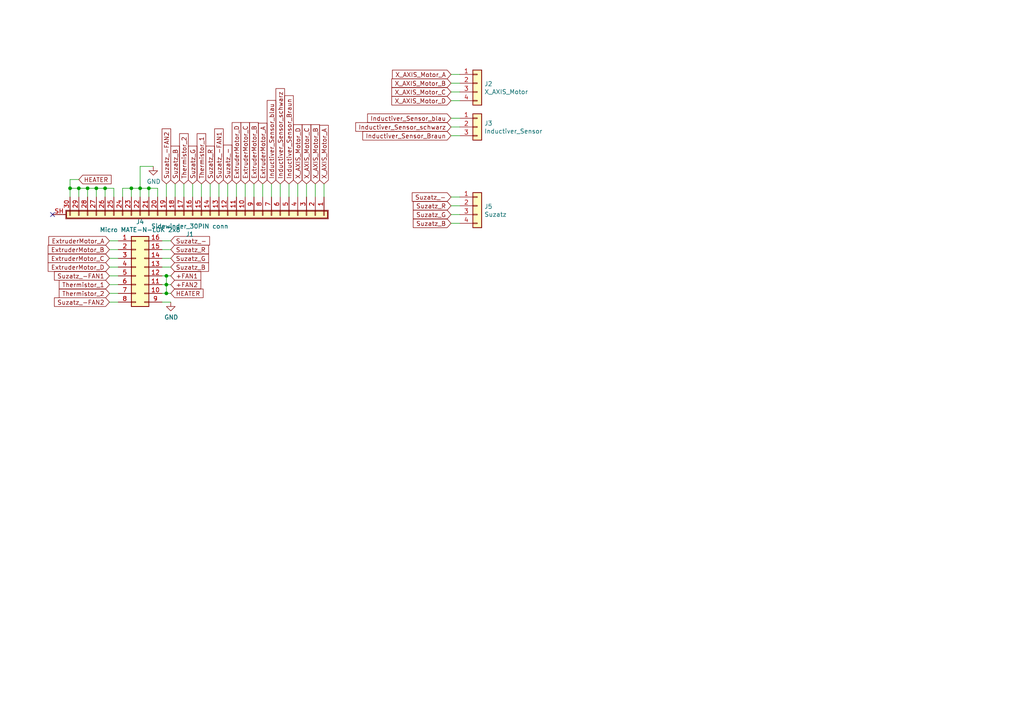
<source format=kicad_sch>
(kicad_sch (version 20211123) (generator eeschema)
  (paper "A4")
  (lib_symbols
    (symbol "Connector_Generic:Conn_01x03" (pin_names (offset 1.016) hide)
      (property "Reference" "J" (at 0 5.08 0))
      (property "Value" "Conn_01x03" (at 0 -5.08 0))
      (symbol "Conn_01x03_1_1"
        (rectangle (start -1.27 -2.413) (end 0 -2.667) (stroke (width 0.1524)))
        (rectangle (start -1.27 0.127) (end 0 -0.127) (stroke (width 0.1524)))
        (rectangle (start -1.27 2.667) (end 0 2.413) (stroke (width 0.1524)))
        (rectangle (start -1.27 3.81) (end 1.27 -3.81) (stroke (width 0.254)) (fill (type background)))
        (pin passive line (at -5.08 2.54 0) (length 3.81) (name "Pin_1") (number "1"))
        (pin passive line (at -5.08 0 0) (length 3.81) (name "Pin_2") (number "2"))
        (pin passive line (at -5.08 -2.54 0) (length 3.81) (name "Pin_3") (number "3"))
      )
    )
    (symbol "Connector_Generic:Conn_01x04" (pin_names (offset 1.016) hide)
      (property "Reference" "J" (at 0 5.08 0))
      (property "Value" "Conn_01x04" (at 0 -7.62 0))
      (symbol "Conn_01x04_1_1"
        (rectangle (start -1.27 -4.953) (end 0 -5.207) (stroke (width 0.1524)))
        (rectangle (start -1.27 -2.413) (end 0 -2.667) (stroke (width 0.1524)))
        (rectangle (start -1.27 0.127) (end 0 -0.127) (stroke (width 0.1524)))
        (rectangle (start -1.27 2.667) (end 0 2.413) (stroke (width 0.1524)))
        (rectangle (start -1.27 3.81) (end 1.27 -6.35) (stroke (width 0.254)) (fill (type background)))
        (pin passive line (at -5.08 2.54 0) (length 3.81) (name "Pin_1") (number "1"))
        (pin passive line (at -5.08 0 0) (length 3.81) (name "Pin_2") (number "2"))
        (pin passive line (at -5.08 -2.54 0) (length 3.81) (name "Pin_3") (number "3"))
        (pin passive line (at -5.08 -5.08 0) (length 3.81) (name "Pin_4") (number "4"))
      )
    )
    (symbol "Connector_Generic:Conn_02x08_Counter_Clockwise" (pin_names (offset 1.016) hide)
      (property "Reference" "J" (at 1.27 10.16 0))
      (property "Value" "Conn_02x08_Counter_Clockwise" (at 1.27 -12.7 0))
      (symbol "Conn_02x08_Counter_Clockwise_1_1"
        (rectangle (start -1.27 -10.033) (end 0 -10.287) (stroke (width 0.1524)))
        (rectangle (start -1.27 -7.493) (end 0 -7.747) (stroke (width 0.1524)))
        (rectangle (start -1.27 -4.953) (end 0 -5.207) (stroke (width 0.1524)))
        (rectangle (start -1.27 -2.413) (end 0 -2.667) (stroke (width 0.1524)))
        (rectangle (start -1.27 0.127) (end 0 -0.127) (stroke (width 0.1524)))
        (rectangle (start -1.27 2.667) (end 0 2.413) (stroke (width 0.1524)))
        (rectangle (start -1.27 5.207) (end 0 4.953) (stroke (width 0.1524)))
        (rectangle (start -1.27 7.747) (end 0 7.493) (stroke (width 0.1524)))
        (rectangle (start -1.27 8.89) (end 3.81 -11.43) (stroke (width 0.254)) (fill (type background)))
        (rectangle (start 3.81 -10.033) (end 2.54 -10.287) (stroke (width 0.1524)))
        (rectangle (start 3.81 -7.493) (end 2.54 -7.747) (stroke (width 0.1524)))
        (rectangle (start 3.81 -4.953) (end 2.54 -5.207) (stroke (width 0.1524)))
        (rectangle (start 3.81 -2.413) (end 2.54 -2.667) (stroke (width 0.1524)))
        (rectangle (start 3.81 0.127) (end 2.54 -0.127) (stroke (width 0.1524)))
        (rectangle (start 3.81 2.667) (end 2.54 2.413) (stroke (width 0.1524)))
        (rectangle (start 3.81 5.207) (end 2.54 4.953) (stroke (width 0.1524)))
        (rectangle (start 3.81 7.747) (end 2.54 7.493) (stroke (width 0.1524)))
        (pin passive line (at -5.08 7.62 0) (length 3.81) (name "Pin_1") (number "1"))
        (pin passive line (at 7.62 -7.62 180) (length 3.81) (name "Pin_10") (number "10"))
        (pin passive line (at 7.62 -5.08 180) (length 3.81) (name "Pin_11") (number "11"))
        (pin passive line (at 7.62 -2.54 180) (length 3.81) (name "Pin_12") (number "12"))
        (pin passive line (at 7.62 0 180) (length 3.81) (name "Pin_13") (number "13"))
        (pin passive line (at 7.62 2.54 180) (length 3.81) (name "Pin_14") (number "14"))
        (pin passive line (at 7.62 5.08 180) (length 3.81) (name "Pin_15") (number "15"))
        (pin passive line (at 7.62 7.62 180) (length 3.81) (name "Pin_16") (number "16"))
        (pin passive line (at -5.08 5.08 0) (length 3.81) (name "Pin_2") (number "2"))
        (pin passive line (at -5.08 2.54 0) (length 3.81) (name "Pin_3") (number "3"))
        (pin passive line (at -5.08 0 0) (length 3.81) (name "Pin_4") (number "4"))
        (pin passive line (at -5.08 -2.54 0) (length 3.81) (name "Pin_5") (number "5"))
        (pin passive line (at -5.08 -5.08 0) (length 3.81) (name "Pin_6") (number "6"))
        (pin passive line (at -5.08 -7.62 0) (length 3.81) (name "Pin_7") (number "7"))
        (pin passive line (at -5.08 -10.16 0) (length 3.81) (name "Pin_8") (number "8"))
        (pin passive line (at 7.62 -10.16 180) (length 3.81) (name "Pin_9") (number "9"))
      )
    )
    (symbol "Connector_Generic_Shielded:Conn_01x30_Shielded" (pin_names (offset 1.016) hide)
      (property "Reference" "J" (at 0.254 37.846 0))
      (property "Value" "Conn_01x30_Shielded" (at 1.016 -40.386 0))
      (symbol "Conn_01x30_Shielded_1_1"
        (rectangle (start -1.27 36.83) (end 1.27 -39.37) (stroke (width 0.1524)))
        (rectangle (start -1.016 -37.973) (end 0.254 -38.227) (stroke (width 0.1524)))
        (rectangle (start -1.016 -35.433) (end 0.254 -35.687) (stroke (width 0.1524)))
        (rectangle (start -1.016 -32.893) (end 0.254 -33.147) (stroke (width 0.1524)))
        (rectangle (start -1.016 -30.353) (end 0.254 -30.607) (stroke (width 0.1524)))
        (rectangle (start -1.016 -27.813) (end 0.254 -28.067) (stroke (width 0.1524)))
        (rectangle (start -1.016 -25.273) (end 0.254 -25.527) (stroke (width 0.1524)))
        (rectangle (start -1.016 -22.733) (end 0.254 -22.987) (stroke (width 0.1524)))
        (rectangle (start -1.016 -20.193) (end 0.254 -20.447) (stroke (width 0.1524)))
        (rectangle (start -1.016 -17.653) (end 0.254 -17.907) (stroke (width 0.1524)))
        (rectangle (start -1.016 -15.113) (end 0.254 -15.367) (stroke (width 0.1524)))
        (rectangle (start -1.016 -12.573) (end 0.254 -12.827) (stroke (width 0.1524)))
        (rectangle (start -1.016 -10.033) (end 0.254 -10.287) (stroke (width 0.1524)))
        (rectangle (start -1.016 -7.493) (end 0.254 -7.747) (stroke (width 0.1524)))
        (rectangle (start -1.016 -4.953) (end 0.254 -5.207) (stroke (width 0.1524)))
        (rectangle (start -1.016 -2.413) (end 0.254 -2.667) (stroke (width 0.1524)))
        (rectangle (start -1.016 0.127) (end 0.254 -0.127) (stroke (width 0.1524)))
        (rectangle (start -1.016 2.667) (end 0.254 2.413) (stroke (width 0.1524)))
        (rectangle (start -1.016 5.207) (end 0.254 4.953) (stroke (width 0.1524)))
        (rectangle (start -1.016 7.747) (end 0.254 7.493) (stroke (width 0.1524)))
        (rectangle (start -1.016 10.287) (end 0.254 10.033) (stroke (width 0.1524)))
        (rectangle (start -1.016 12.827) (end 0.254 12.573) (stroke (width 0.1524)))
        (rectangle (start -1.016 15.367) (end 0.254 15.113) (stroke (width 0.1524)))
        (rectangle (start -1.016 17.907) (end 0.254 17.653) (stroke (width 0.1524)))
        (rectangle (start -1.016 20.447) (end 0.254 20.193) (stroke (width 0.1524)))
        (rectangle (start -1.016 22.987) (end 0.254 22.733) (stroke (width 0.1524)))
        (rectangle (start -1.016 25.527) (end 0.254 25.273) (stroke (width 0.1524)))
        (rectangle (start -1.016 28.067) (end 0.254 27.813) (stroke (width 0.1524)))
        (rectangle (start -1.016 30.607) (end 0.254 30.353) (stroke (width 0.1524)))
        (rectangle (start -1.016 33.147) (end 0.254 32.893) (stroke (width 0.1524)))
        (rectangle (start -1.016 35.687) (end 0.254 35.433) (stroke (width 0.1524)))
        (rectangle (start -1.016 36.576) (end 1.016 -39.116) (stroke (width 0.254)) (fill (type background)))
        (pin passive line (at -5.08 35.56 0) (length 4.064) (name "Pin_1") (number "1"))
        (pin passive line (at -5.08 12.7 0) (length 4.064) (name "Pin_10") (number "10"))
        (pin passive line (at -5.08 10.16 0) (length 4.064) (name "Pin_11") (number "11"))
        (pin passive line (at -5.08 7.62 0) (length 4.064) (name "Pin_12") (number "12"))
        (pin passive line (at -5.08 5.08 0) (length 4.064) (name "Pin_13") (number "13"))
        (pin passive line (at -5.08 2.54 0) (length 4.064) (name "Pin_14") (number "14"))
        (pin passive line (at -5.08 0 0) (length 4.064) (name "Pin_15") (number "15"))
        (pin passive line (at -5.08 -2.54 0) (length 4.064) (name "Pin_16") (number "16"))
        (pin passive line (at -5.08 -5.08 0) (length 4.064) (name "Pin_17") (number "17"))
        (pin passive line (at -5.08 -7.62 0) (length 4.064) (name "Pin_18") (number "18"))
        (pin passive line (at -5.08 -10.16 0) (length 4.064) (name "Pin_19") (number "19"))
        (pin passive line (at -5.08 33.02 0) (length 4.064) (name "Pin_2") (number "2"))
        (pin passive line (at -5.08 -12.7 0) (length 4.064) (name "Pin_20") (number "20"))
        (pin passive line (at -5.08 -15.24 0) (length 4.064) (name "Pin_21") (number "21"))
        (pin passive line (at -5.08 -17.78 0) (length 4.064) (name "Pin_22") (number "22"))
        (pin passive line (at -5.08 -20.32 0) (length 4.064) (name "Pin_23") (number "23"))
        (pin passive line (at -5.08 -22.86 0) (length 4.064) (name "Pin_24") (number "24"))
        (pin passive line (at -5.08 -25.4 0) (length 4.064) (name "Pin_25") (number "25"))
        (pin passive line (at -5.08 -27.94 0) (length 4.064) (name "Pin_26") (number "26"))
        (pin passive line (at -5.08 -30.48 0) (length 4.064) (name "Pin_27") (number "27"))
        (pin passive line (at -5.08 -33.02 0) (length 4.064) (name "Pin_28") (number "28"))
        (pin passive line (at -5.08 -35.56 0) (length 4.064) (name "Pin_29") (number "29"))
        (pin passive line (at -5.08 30.48 0) (length 4.064) (name "Pin_3") (number "3"))
        (pin passive line (at -5.08 -38.1 0) (length 4.064) (name "Pin_30") (number "30"))
        (pin passive line (at -5.08 27.94 0) (length 4.064) (name "Pin_4") (number "4"))
        (pin passive line (at -5.08 25.4 0) (length 4.064) (name "Pin_5") (number "5"))
        (pin passive line (at -5.08 22.86 0) (length 4.064) (name "Pin_6") (number "6"))
        (pin passive line (at -5.08 20.32 0) (length 4.064) (name "Pin_7") (number "7"))
        (pin passive line (at -5.08 17.78 0) (length 4.064) (name "Pin_8") (number "8"))
        (pin passive line (at -5.08 15.24 0) (length 4.064) (name "Pin_9") (number "9"))
        (pin passive line (at 0 -43.18 90) (length 3.81) (name "Shield") (number "SH"))
      )
    )
    (symbol "power:GND" (power) (pin_names (offset 0))
      (property "Value" "GND" (at 0 -3.81 0))
      (symbol "GND_0_1"
        (polyline (pts (xy 0 0) (xy 0 -1.27) (xy 1.27 -1.27) (xy 0 -2.54) (xy -1.27 -1.27) (xy 0 -1.27)))
      )
      (symbol "GND_1_1"
        (pin power_in line (at 0 0 270) (length 0) hide (name "GND") (number "1"))
      )
    )
  )
  (junction (at 48.26 85.09))
  (junction (at 20.32 54.61))
  (junction (at 38.1 54.61))
  (junction (at 43.18 54.61))
  (junction (at 48.26 82.55))
  (junction (at 25.4 54.61))
  (junction (at 48.26 80.01))
  (junction (at 27.94 54.61))
  (junction (at 22.86 54.61))
  (junction (at 40.64 54.61))
  (junction (at 30.48 54.61))
  (no_connect (at 15.24 62.23))
  (wire (pts (xy 130.81 34.29) (xy 133.35 34.29)))
  (wire (pts (xy 130.81 64.77) (xy 133.35 64.77)))
  (wire (pts (xy 20.32 54.61) (xy 22.86 54.61)))
  (wire (pts (xy 46.99 82.55) (xy 48.26 82.55)))
  (wire (pts (xy 48.26 80.01) (xy 49.53 80.01)))
  (wire (pts (xy 31.75 82.55) (xy 34.29 82.55)))
  (wire (pts (xy 130.81 24.13) (xy 133.35 24.13)))
  (wire (pts (xy 133.35 62.23) (xy 130.81 62.23)))
  (wire (pts (xy 30.48 54.61) (xy 33.02 54.61)))
  (wire (pts (xy 35.56 57.15) (xy 35.56 54.61)))
  (wire (pts (xy 71.12 53.34) (xy 71.12 57.15)))
  (wire (pts (xy 81.28 53.34) (xy 81.28 57.15)))
  (wire (pts (xy 68.58 53.34) (xy 68.58 57.15)))
  (wire (pts (xy 91.44 53.34) (xy 91.44 57.15)))
  (wire (pts (xy 40.64 48.26) (xy 40.64 54.61)))
  (wire (pts (xy 22.86 57.15) (xy 22.86 54.61)))
  (wire (pts (xy 88.9 53.34) (xy 88.9 57.15)))
  (wire (pts (xy 63.5 53.34) (xy 63.5 57.15)))
  (wire (pts (xy 133.35 57.15) (xy 130.81 57.15)))
  (wire (pts (xy 133.35 59.69) (xy 130.81 59.69)))
  (wire (pts (xy 58.42 53.34) (xy 58.42 57.15)))
  (wire (pts (xy 55.88 53.34) (xy 55.88 57.15)))
  (wire (pts (xy 31.75 74.93) (xy 34.29 74.93)))
  (wire (pts (xy 40.64 48.26) (xy 44.45 48.26)))
  (wire (pts (xy 86.36 53.34) (xy 86.36 57.15)))
  (wire (pts (xy 45.72 54.61) (xy 45.72 57.15)))
  (wire (pts (xy 48.26 80.01) (xy 48.26 82.55)))
  (wire (pts (xy 31.75 87.63) (xy 34.29 87.63)))
  (wire (pts (xy 48.26 82.55) (xy 48.26 85.09)))
  (wire (pts (xy 46.99 72.39) (xy 49.53 72.39)))
  (wire (pts (xy 22.86 54.61) (xy 25.4 54.61)))
  (wire (pts (xy 25.4 54.61) (xy 27.94 54.61)))
  (wire (pts (xy 48.26 82.55) (xy 49.53 82.55)))
  (wire (pts (xy 38.1 54.61) (xy 40.64 54.61)))
  (wire (pts (xy 78.74 53.34) (xy 78.74 57.15)))
  (wire (pts (xy 34.29 77.47) (xy 31.75 77.47)))
  (wire (pts (xy 46.99 74.93) (xy 49.53 74.93)))
  (wire (pts (xy 35.56 54.61) (xy 38.1 54.61)))
  (wire (pts (xy 34.29 72.39) (xy 31.75 72.39)))
  (wire (pts (xy 76.2 53.34) (xy 76.2 57.15)))
  (wire (pts (xy 40.64 57.15) (xy 40.64 54.61)))
  (wire (pts (xy 43.18 57.15) (xy 43.18 54.61)))
  (wire (pts (xy 49.53 85.09) (xy 48.26 85.09)))
  (wire (pts (xy 66.04 53.34) (xy 66.04 57.15)))
  (wire (pts (xy 25.4 57.15) (xy 25.4 54.61)))
  (wire (pts (xy 43.18 54.61) (xy 45.72 54.61)))
  (wire (pts (xy 130.81 36.83) (xy 133.35 36.83)))
  (wire (pts (xy 50.8 53.34) (xy 50.8 57.15)))
  (wire (pts (xy 130.81 29.21) (xy 133.35 29.21)))
  (wire (pts (xy 20.32 52.07) (xy 22.86 52.07)))
  (wire (pts (xy 130.81 39.37) (xy 133.35 39.37)))
  (wire (pts (xy 31.75 85.09) (xy 34.29 85.09)))
  (wire (pts (xy 73.66 53.34) (xy 73.66 57.15)))
  (wire (pts (xy 33.02 54.61) (xy 33.02 57.15)))
  (wire (pts (xy 48.26 85.09) (xy 46.99 85.09)))
  (wire (pts (xy 46.99 69.85) (xy 49.53 69.85)))
  (wire (pts (xy 60.96 53.34) (xy 60.96 57.15)))
  (wire (pts (xy 93.98 53.34) (xy 93.98 57.15)))
  (wire (pts (xy 30.48 57.15) (xy 30.48 54.61)))
  (wire (pts (xy 31.75 69.85) (xy 34.29 69.85)))
  (wire (pts (xy 46.99 80.01) (xy 48.26 80.01)))
  (wire (pts (xy 38.1 57.15) (xy 38.1 54.61)))
  (wire (pts (xy 40.64 54.61) (xy 43.18 54.61)))
  (wire (pts (xy 20.32 57.15) (xy 20.32 54.61)))
  (wire (pts (xy 130.81 21.59) (xy 133.35 21.59)))
  (wire (pts (xy 53.34 53.34) (xy 53.34 57.15)))
  (wire (pts (xy 49.53 87.63) (xy 46.99 87.63)))
  (wire (pts (xy 83.82 53.34) (xy 83.82 57.15)))
  (wire (pts (xy 48.26 53.34) (xy 48.26 57.15)))
  (wire (pts (xy 27.94 54.61) (xy 30.48 54.61)))
  (wire (pts (xy 20.32 54.61) (xy 20.32 52.07)))
  (wire (pts (xy 31.75 80.01) (xy 34.29 80.01)))
  (wire (pts (xy 130.81 26.67) (xy 133.35 26.67)))
  (wire (pts (xy 46.99 77.47) (xy 49.53 77.47)))
  (wire (pts (xy 27.94 57.15) (xy 27.94 54.61)))
  (global_label "ExtruderMotor_A" (shape input) (at 31.75 69.85 180) (property "Referencias entre hojas" "${INTERSHEET_REFS}" (effects hide)))
  (global_label "Suzatz_-FAN2" (shape input) (at 48.26 53.34 90) (property "Referencias entre hojas" "${INTERSHEET_REFS}" (effects hide)))
  (global_label "X_AXIS_Motor_B" (shape input) (at 130.81 24.13 180) (property "Referencias entre hojas" "${INTERSHEET_REFS}" (effects hide)))
  (global_label "Suzatz_R" (shape input) (at 60.96 53.34 90) (property "Referencias entre hojas" "${INTERSHEET_REFS}" (effects hide)))
  (global_label "ExtruderMotor_C" (shape input) (at 71.12 53.34 90) (property "Referencias entre hojas" "${INTERSHEET_REFS}" (effects hide)))
  (global_label "Inductiver_Sensor_schwarz" (shape input) (at 130.81 36.83 180) (property "Referencias entre hojas" "${INTERSHEET_REFS}" (effects hide)))
  (global_label "HEATER" (shape input) (at 22.86 52.07 0) (property "Referencias entre hojas" "${INTERSHEET_REFS}" (effects hide)))
  (global_label "ExtruderMotor_D" (shape input) (at 68.58 53.34 90) (property "Referencias entre hojas" "${INTERSHEET_REFS}" (effects hide)))
  (global_label "Suzatz_-" (shape input) (at 130.81 57.15 180) (property "Referencias entre hojas" "${INTERSHEET_REFS}" (effects hide)))
  (global_label "Thermistor_1" (shape input) (at 31.75 82.55 180) (property "Referencias entre hojas" "${INTERSHEET_REFS}" (effects hide)))
  (global_label "Suzatz_-" (shape input) (at 66.04 53.34 90) (property "Referencias entre hojas" "${INTERSHEET_REFS}" (effects hide)))
  (global_label "ExtruderMotor_A" (shape input) (at 76.2 53.34 90) (property "Referencias entre hojas" "${INTERSHEET_REFS}" (effects hide)))
  (global_label "X_AXIS_Motor_C" (shape input) (at 88.9 53.34 90) (property "Referencias entre hojas" "${INTERSHEET_REFS}" (effects hide)))
  (global_label "Suzatz_G" (shape input) (at 55.88 53.34 90) (property "Referencias entre hojas" "${INTERSHEET_REFS}" (effects hide)))
  (global_label "ExtruderMotor_D" (shape input) (at 31.75 77.47 180) (property "Referencias entre hojas" "${INTERSHEET_REFS}" (effects hide)))
  (global_label "Suzatz_B" (shape input) (at 50.8 53.34 90) (property "Referencias entre hojas" "${INTERSHEET_REFS}" (effects hide)))
  (global_label "Suzatz_R" (shape input) (at 130.81 59.69 180) (property "Referencias entre hojas" "${INTERSHEET_REFS}" (effects hide)))
  (global_label "+FAN1" (shape input) (at 49.53 80.01 0) (property "Referencias entre hojas" "${INTERSHEET_REFS}" (effects hide)))
  (global_label "Suzatz_-FAN1" (shape input) (at 63.5 53.34 90) (property "Referencias entre hojas" "${INTERSHEET_REFS}" (effects hide)))
  (global_label "Suzatz_G" (shape input) (at 130.81 62.23 180) (property "Referencias entre hojas" "${INTERSHEET_REFS}" (effects hide)))
  (global_label "Suzatz_-FAN2" (shape input) (at 31.75 87.63 180) (property "Referencias entre hojas" "${INTERSHEET_REFS}" (effects hide)))
  (global_label "X_AXIS_Motor_D" (shape input) (at 130.81 29.21 180) (property "Referencias entre hojas" "${INTERSHEET_REFS}" (effects hide)))
  (global_label "Inductiver_Sensor_blau" (shape input) (at 130.81 34.29 180) (property "Referencias entre hojas" "${INTERSHEET_REFS}" (effects hide)))
  (global_label "+FAN2" (shape input) (at 49.53 82.55 0) (property "Referencias entre hojas" "${INTERSHEET_REFS}" (effects hide)))
  (global_label "X_AXIS_Motor_B" (shape input) (at 91.44 53.34 90) (property "Referencias entre hojas" "${INTERSHEET_REFS}" (effects hide)))
  (global_label "HEATER" (shape input) (at 49.53 85.09 0) (property "Referencias entre hojas" "${INTERSHEET_REFS}" (effects hide)))
  (global_label "X_AXIS_Motor_D" (shape input) (at 86.36 53.34 90) (property "Referencias entre hojas" "${INTERSHEET_REFS}" (effects hide)))
  (global_label "Thermistor_2" (shape input) (at 53.34 53.34 90) (property "Referencias entre hojas" "${INTERSHEET_REFS}" (effects hide)))
  (global_label "Inductiver_Sensor_Braun" (shape input) (at 83.82 53.34 90) (property "Referencias entre hojas" "${INTERSHEET_REFS}" (effects hide)))
  (global_label "Inductiver_Sensor_Braun" (shape input) (at 130.81 39.37 180) (property "Referencias entre hojas" "${INTERSHEET_REFS}" (effects hide)))
  (global_label "Suzatz_-FAN1" (shape input) (at 31.75 80.01 180) (property "Referencias entre hojas" "${INTERSHEET_REFS}" (effects hide)))
  (global_label "X_AXIS_Motor_A" (shape input) (at 93.98 53.34 90) (property "Referencias entre hojas" "${INTERSHEET_REFS}" (effects hide)))
  (global_label "ExtruderMotor_C" (shape input) (at 31.75 74.93 180) (property "Referencias entre hojas" "${INTERSHEET_REFS}" (effects hide)))
  (global_label "Inductiver_Sensor_schwarz" (shape input) (at 81.28 53.34 90) (property "Referencias entre hojas" "${INTERSHEET_REFS}" (effects hide)))
  (global_label "Suzatz_B" (shape input) (at 130.81 64.77 180) (property "Referencias entre hojas" "${INTERSHEET_REFS}" (effects hide)))
  (global_label "X_AXIS_Motor_A" (shape input) (at 130.81 21.59 180) (property "Referencias entre hojas" "${INTERSHEET_REFS}" (effects hide)))
  (global_label "X_AXIS_Motor_C" (shape input) (at 130.81 26.67 180) (property "Referencias entre hojas" "${INTERSHEET_REFS}" (effects hide)))
  (global_label "ExtruderMotor_B" (shape input) (at 31.75 72.39 180) (property "Referencias entre hojas" "${INTERSHEET_REFS}" (effects hide)))
  (global_label "Suzatz_-" (shape input) (at 49.53 69.85 0) (property "Referencias entre hojas" "${INTERSHEET_REFS}" (effects hide)))
  (global_label "Suzatz_B" (shape input) (at 49.53 77.47 0) (property "Referencias entre hojas" "${INTERSHEET_REFS}" (effects hide)))
  (global_label "Thermistor_1" (shape input) (at 58.42 53.34 90) (property "Referencias entre hojas" "${INTERSHEET_REFS}" (effects hide)))
  (global_label "Suzatz_R" (shape input) (at 49.53 72.39 0) (property "Referencias entre hojas" "${INTERSHEET_REFS}" (effects hide)))
  (global_label "Suzatz_G" (shape input) (at 49.53 74.93 0) (property "Referencias entre hojas" "${INTERSHEET_REFS}" (effects hide)))
  (global_label "Thermistor_2" (shape input) (at 31.75 85.09 180) (property "Referencias entre hojas" "${INTERSHEET_REFS}" (effects hide)))
  (global_label "ExtruderMotor_B" (shape input) (at 73.66 53.34 90) (property "Referencias entre hojas" "${INTERSHEET_REFS}" (effects hide)))
  (global_label "Inductiver_Sensor_blau" (shape input) (at 78.74 53.34 90) (property "Referencias entre hojas" "${INTERSHEET_REFS}" (effects hide)))
  (symbol (lib_id "Connector_Generic_Shielded:Conn_01x30_Shielded") (at 58.42 62.23 270) (unit 1)
    (property "Reference" "J1" (at 55.0418 67.945 90))
    (property "Value" "Sidewinder_30PIN conn" (at 55.0418 65.6336 90))
    (property "Footprint" "Librerias:WürthFPC30pins1mm68613014122" (effects hide))
  )
  (symbol (lib_id "power:GND") (at 44.45 48.26 0) (unit 1)
    (property "Reference" "#PWR0101" (effects hide))
    (property "Value" "GND" (at 44.577 52.6542 0))
  )
  (symbol (lib_id "Connector_Generic:Conn_01x04") (at 138.43 24.13 0) (unit 1)
    (property "Reference" "J2" (at 140.462 24.3332 0) (effects (justify left)))
    (property "Value" "X_AXIS_Motor" (at 140.462 26.6446 0) (effects (justify left)))
    (property "Footprint" "Connector_JST:JST_XH_S4B-XH-A-1_1x04_P2.50mm_Horizontal" (effects hide))
  )
  (symbol (lib_id "Connector_Generic:Conn_01x03") (at 138.43 36.83 0) (unit 1)
    (property "Reference" "J3" (at 140.462 35.7632 0) (effects (justify left)))
    (property "Value" "Inductiver_Sensor" (at 140.462 38.0746 0) (effects (justify left)))
    (property "Footprint" "Connector_JST:JST_XH_S3B-XH-A-1_1x03_P2.50mm_Horizontal" (effects hide))
  )
  (symbol (lib_id "Connector_Generic:Conn_01x04") (at 138.43 59.69 0) (unit 1)
    (property "Reference" "J5" (at 140.462 59.8932 0) (effects (justify left)))
    (property "Value" "Suzatz" (at 140.462 62.2046 0) (effects (justify left)))
    (property "Footprint" "Connector_JST:JST_XH_S4B-XH-A_1x04_P2.50mm_Horizontal" (effects hide))
  )
  (symbol (lib_id "Connector_Generic:Conn_02x08_Counter_Clockwise") (at 39.37 77.47 0) (unit 1)
    (property "Reference" "J4" (at 40.64 64.3382 0))
    (property "Value" "Micro MATE-N-LOK 2x8 " (at 40.64 66.6496 0))
    (property "Footprint" "Librerias:MicroMATE-N-LOK2x8pins4-794627-6" (effects hide))
    (property "Datasheet" "https://www.te.com/usa-en/product-4-794627-6.html?te_bu=Cor&te_type=oth&te_campaign=oth_glo_cor-oth-global-oth-ecomm-fy20-smplshipconf-prodct_sma-1595_7&elqCampaignId=91277" (effects hide))
  )
  (symbol (lib_id "power:GND") (at 49.53 87.63 0) (unit 1)
    (property "Reference" "#PWR0102" (effects hide))
    (property "Value" "GND" (at 49.657 92.0242 0))
  )
)
</source>
